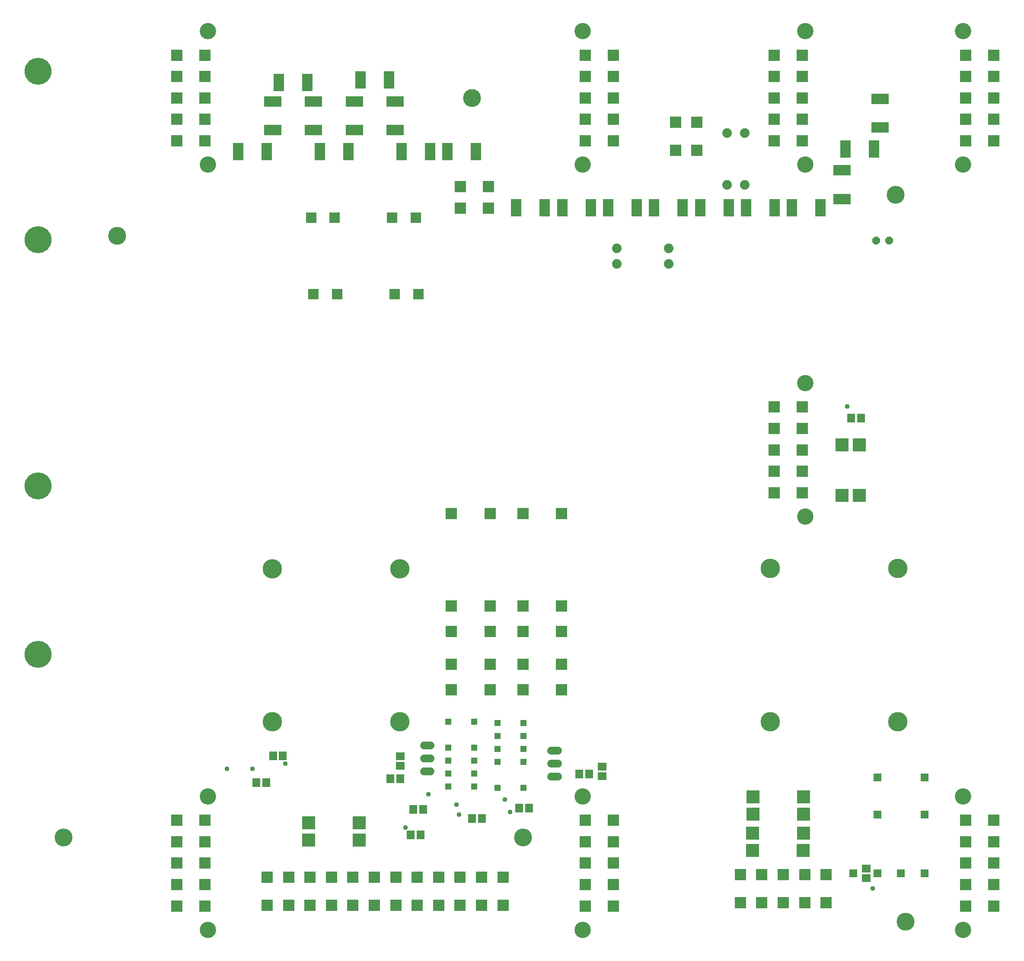
<source format=gbl>
G04 EAGLE Gerber RS-274X export*
G75*
%MOMM*%
%FSLAX34Y34*%
%LPD*%
%INSoldermask Bottom*%
%IPPOS*%
%AMOC8*
5,1,8,0,0,1.08239X$1,22.5*%
G01*
%ADD10C,5.283200*%
%ADD11R,2.303200X2.303200*%
%ADD12C,3.203200*%
%ADD13R,1.503200X1.703200*%
%ADD14R,2.203200X2.203200*%
%ADD15R,1.311200X1.311200*%
%ADD16R,1.703200X1.503200*%
%ADD17R,2.603200X2.603200*%
%ADD18R,1.611200X1.611200*%
%ADD19R,1.503200X1.803200*%
%ADD20R,1.803200X1.503200*%
%ADD21C,1.524000*%
%ADD22R,2.003200X3.403200*%
%ADD23R,3.403200X2.003200*%
%ADD24C,3.503200*%
%ADD25C,3.803200*%
%ADD26R,2.153200X2.153200*%
%ADD27C,1.879600*%
%ADD28P,1.649562X8X22.500000*%
%ADD29C,0.959600*%


D10*
X100000Y559200D03*
X100000Y1372000D03*
X100000Y889400D03*
X100000Y1702200D03*
D11*
X372500Y1566000D03*
X372500Y1608000D03*
X372500Y1650000D03*
X372500Y1692000D03*
X372500Y1734000D03*
X427500Y1692000D03*
X427500Y1734000D03*
X427500Y1650000D03*
X427500Y1608000D03*
X427500Y1566000D03*
D12*
X433100Y1519000D03*
X433100Y1781000D03*
D11*
X372500Y66000D03*
X372500Y108000D03*
X372500Y150000D03*
X372500Y192000D03*
X372500Y234000D03*
X427500Y192000D03*
X427500Y234000D03*
X427500Y150000D03*
X427500Y108000D03*
X427500Y66000D03*
D12*
X433100Y19000D03*
X433100Y281000D03*
D11*
X1972500Y1734000D03*
X1972500Y1692000D03*
X1972500Y1650000D03*
X1972500Y1608000D03*
X1972500Y1566000D03*
X1917500Y1608000D03*
X1917500Y1566000D03*
X1917500Y1650000D03*
X1917500Y1692000D03*
X1917500Y1734000D03*
D12*
X1911900Y1781000D03*
X1911900Y1519000D03*
D11*
X1972500Y234000D03*
X1972500Y192000D03*
X1972500Y150000D03*
X1972500Y108000D03*
X1972500Y66000D03*
X1917500Y108000D03*
X1917500Y66000D03*
X1917500Y150000D03*
X1917500Y192000D03*
X1917500Y234000D03*
D12*
X1911900Y281000D03*
X1911900Y19000D03*
D11*
X1227500Y1734000D03*
X1227500Y1692000D03*
X1227500Y1650000D03*
X1227500Y1608000D03*
X1227500Y1566000D03*
X1172500Y1608000D03*
X1172500Y1566000D03*
X1172500Y1650000D03*
X1172500Y1692000D03*
X1172500Y1734000D03*
D12*
X1166900Y1781000D03*
X1166900Y1519000D03*
D11*
X1227500Y234000D03*
X1227500Y192000D03*
X1227500Y150000D03*
X1227500Y108000D03*
X1227500Y66000D03*
X1172500Y108000D03*
X1172500Y66000D03*
X1172500Y150000D03*
X1172500Y192000D03*
X1172500Y234000D03*
D12*
X1166900Y281000D03*
X1166900Y19000D03*
D11*
X1542500Y1566000D03*
X1542500Y1608000D03*
X1542500Y1650000D03*
X1542500Y1692000D03*
X1542500Y1734000D03*
X1597500Y1692000D03*
X1597500Y1734000D03*
X1597500Y1650000D03*
X1597500Y1608000D03*
X1597500Y1566000D03*
D12*
X1603100Y1519000D03*
X1603100Y1781000D03*
D11*
X1542500Y876000D03*
X1542500Y918000D03*
X1542500Y960000D03*
X1542500Y1002000D03*
X1542500Y1044000D03*
X1597500Y1002000D03*
X1597500Y1044000D03*
X1597500Y960000D03*
X1597500Y918000D03*
X1597500Y876000D03*
D12*
X1603100Y829000D03*
X1603100Y1091000D03*
D13*
X560500Y360000D03*
X579500Y360000D03*
X1712000Y1022500D03*
X1693000Y1022500D03*
D11*
X549000Y122500D03*
X591000Y122500D03*
X633000Y122500D03*
X675000Y122500D03*
X717000Y122500D03*
X759000Y122500D03*
X801000Y122500D03*
X843000Y122500D03*
X885000Y122500D03*
X927000Y122500D03*
X969000Y122500D03*
X549000Y67500D03*
X591000Y67500D03*
X633000Y67500D03*
X675000Y67500D03*
X717000Y67500D03*
X759000Y67500D03*
X801000Y67500D03*
X843000Y67500D03*
X885000Y67500D03*
X927000Y67500D03*
X1011000Y122500D03*
X969000Y67500D03*
X1011000Y67500D03*
D14*
X1126000Y835000D03*
X1050000Y835000D03*
X1050000Y654500D03*
X1050000Y604500D03*
X1126000Y654500D03*
X1126000Y539500D03*
X1050000Y539500D03*
X1126000Y604500D03*
X1126000Y489500D03*
X1050000Y489500D03*
X986000Y835000D03*
X910000Y835000D03*
X910000Y654500D03*
X910000Y604500D03*
X986000Y654500D03*
X986000Y539500D03*
X910000Y539500D03*
X986000Y604500D03*
X986000Y489500D03*
X910000Y489500D03*
D15*
X1000000Y297500D03*
X1050800Y297500D03*
X1000000Y348300D03*
X1000000Y373700D03*
X1000000Y399100D03*
X1000000Y424500D03*
X1050800Y424500D03*
X1050800Y399100D03*
X1050800Y373700D03*
X1050800Y348300D03*
X955000Y427500D03*
X904200Y427500D03*
X955000Y376700D03*
X955000Y351300D03*
X955000Y325900D03*
X955000Y300500D03*
X904200Y300500D03*
X904200Y325900D03*
X904200Y351300D03*
X904200Y376700D03*
D13*
X547000Y307500D03*
X528000Y307500D03*
D16*
X1722500Y139500D03*
X1722500Y120500D03*
D13*
X1062000Y257500D03*
X1043000Y257500D03*
X969500Y237500D03*
X950500Y237500D03*
X835500Y255000D03*
X854500Y255000D03*
D17*
X1600000Y246000D03*
X1600000Y280000D03*
X1500600Y246000D03*
X1500800Y280000D03*
D18*
X1697500Y130000D03*
X1744500Y130000D03*
X1744500Y245000D03*
X1744500Y318000D03*
D11*
X982500Y1476000D03*
X982500Y1434000D03*
X927500Y1434000D03*
X927500Y1476000D03*
X1476000Y127500D03*
X1518000Y127500D03*
X1560000Y127500D03*
X1602000Y127500D03*
X1644000Y127500D03*
X1602000Y72500D03*
X1644000Y72500D03*
X1560000Y72500D03*
X1518000Y72500D03*
X1476000Y72500D03*
D17*
X1500000Y209000D03*
X1500000Y175000D03*
X1599400Y209000D03*
X1599200Y175000D03*
X630000Y229000D03*
X630000Y195000D03*
X729400Y229000D03*
X729200Y195000D03*
D19*
X1179500Y325000D03*
X1160500Y325000D03*
D20*
X1205000Y339500D03*
X1205000Y320500D03*
D21*
X1118904Y370400D02*
X1105696Y370400D01*
X1105696Y319600D02*
X1118904Y319600D01*
X1118904Y345000D02*
X1105696Y345000D01*
D11*
X1391000Y1547500D03*
X1349000Y1547500D03*
X1349000Y1602500D03*
X1391000Y1602500D03*
D18*
X1790000Y130000D03*
X1837000Y130000D03*
X1837000Y245000D03*
X1837000Y318000D03*
D22*
X1037000Y1435000D03*
X1093000Y1435000D03*
X1127000Y1435000D03*
X1183000Y1435000D03*
X1217000Y1435000D03*
X1273000Y1435000D03*
X1307000Y1435000D03*
X1363000Y1435000D03*
X1397000Y1435000D03*
X1453000Y1435000D03*
D23*
X1750000Y1648000D03*
X1750000Y1592000D03*
D22*
X1738000Y1550000D03*
X1682000Y1550000D03*
D23*
X1675000Y1508000D03*
X1675000Y1452000D03*
D22*
X1633000Y1435000D03*
X1577000Y1435000D03*
X1543000Y1435000D03*
X1487000Y1435000D03*
X958000Y1545000D03*
X902000Y1545000D03*
X868000Y1545000D03*
X812000Y1545000D03*
D23*
X800000Y1587000D03*
X800000Y1643000D03*
D22*
X788000Y1685000D03*
X732000Y1685000D03*
D23*
X720000Y1643000D03*
X720000Y1587000D03*
D22*
X492000Y1545000D03*
X548000Y1545000D03*
D23*
X560000Y1587000D03*
X560000Y1643000D03*
D22*
X572000Y1680000D03*
X628000Y1680000D03*
D23*
X640000Y1643000D03*
X640000Y1587000D03*
D22*
X652000Y1545000D03*
X708000Y1545000D03*
D24*
X1800000Y35000D03*
X950000Y1650000D03*
X150000Y200000D03*
X255000Y1380000D03*
X1780000Y1460000D03*
D25*
X559100Y427000D03*
X559100Y727000D03*
X809100Y427000D03*
X809100Y727000D03*
X1534300Y427500D03*
X1534300Y727500D03*
X1784300Y427500D03*
X1784300Y727500D03*
D24*
X1050000Y200000D03*
D26*
X840000Y1415000D03*
X681000Y1415000D03*
X794000Y1415000D03*
X635000Y1415000D03*
X640000Y1265000D03*
X799000Y1265000D03*
X686000Y1265000D03*
X845000Y1265000D03*
D27*
X1485000Y1479200D03*
X1485000Y1580800D03*
X1450000Y1479200D03*
X1450000Y1580800D03*
X1335800Y1355000D03*
X1234200Y1355000D03*
X1335800Y1325000D03*
X1234200Y1325000D03*
D20*
X810000Y340500D03*
X810000Y359500D03*
D19*
X790500Y315000D03*
X809500Y315000D03*
D21*
X856096Y329600D02*
X869304Y329600D01*
X869304Y380400D02*
X856096Y380400D01*
X856096Y355000D02*
X869304Y355000D01*
D13*
X849500Y205000D03*
X830500Y205000D03*
D17*
X1709000Y970000D03*
X1675000Y970000D03*
X1709000Y870600D03*
X1675000Y870800D03*
D28*
X1742300Y1370000D03*
X1767700Y1370000D03*
D29*
X585000Y345000D03*
X1685000Y1045000D03*
X470000Y335000D03*
X920000Y265000D03*
X520000Y335000D03*
X1735000Y100000D03*
X1015000Y275000D03*
X1025000Y250000D03*
X925000Y245000D03*
X865000Y285000D03*
X820000Y220000D03*
M02*

</source>
